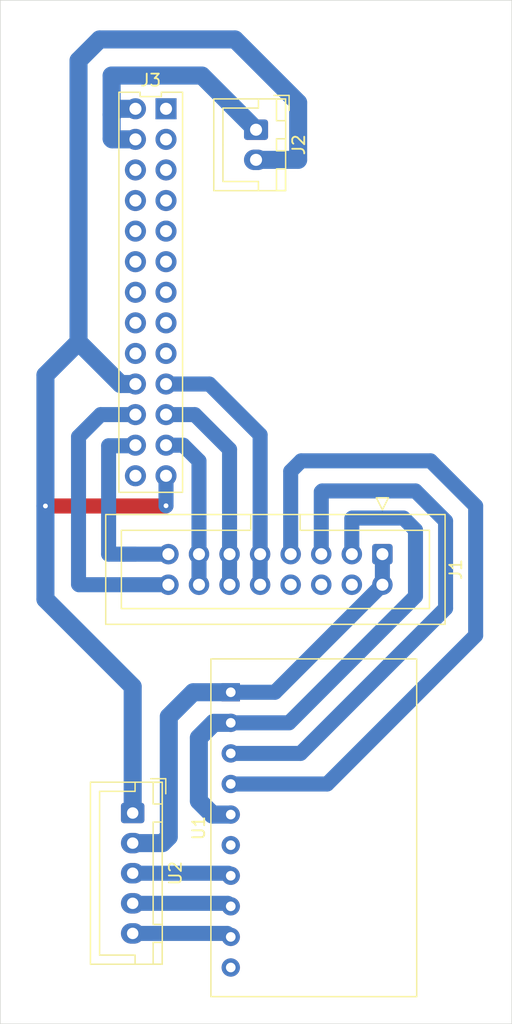
<source format=kicad_pcb>
(kicad_pcb (version 20171130) (host pcbnew "(5.1.8-0-10_14)")

  (general
    (thickness 1.6)
    (drawings 4)
    (tracks 91)
    (zones 0)
    (modules 5)
    (nets 36)
  )

  (page A4)
  (layers
    (0 F.Cu signal)
    (31 B.Cu signal)
    (32 B.Adhes user)
    (33 F.Adhes user)
    (34 B.Paste user)
    (35 F.Paste user)
    (36 B.SilkS user)
    (37 F.SilkS user)
    (38 B.Mask user)
    (39 F.Mask user)
    (40 Dwgs.User user)
    (41 Cmts.User user)
    (42 Eco1.User user)
    (43 Eco2.User user)
    (44 Edge.Cuts user)
    (45 Margin user)
    (46 B.CrtYd user)
    (47 F.CrtYd user)
    (48 B.Fab user)
    (49 F.Fab user)
  )

  (setup
    (last_trace_width 1.25)
    (user_trace_width 1)
    (user_trace_width 1.25)
    (user_trace_width 1.5)
    (trace_clearance 0.2)
    (zone_clearance 0.508)
    (zone_45_only no)
    (trace_min 0.2)
    (via_size 0.8)
    (via_drill 0.4)
    (via_min_size 0.4)
    (via_min_drill 0.3)
    (uvia_size 0.3)
    (uvia_drill 0.1)
    (uvias_allowed no)
    (uvia_min_size 0.2)
    (uvia_min_drill 0.1)
    (edge_width 0.05)
    (segment_width 0.2)
    (pcb_text_width 0.3)
    (pcb_text_size 1.5 1.5)
    (mod_edge_width 0.12)
    (mod_text_size 1 1)
    (mod_text_width 0.15)
    (pad_size 1.524 1.524)
    (pad_drill 0.762)
    (pad_to_mask_clearance 0)
    (aux_axis_origin 40.75 140)
    (grid_origin 40.75 140)
    (visible_elements FFFFFF7F)
    (pcbplotparams
      (layerselection 0x010fc_ffffffff)
      (usegerberextensions false)
      (usegerberattributes true)
      (usegerberadvancedattributes true)
      (creategerberjobfile false)
      (excludeedgelayer true)
      (linewidth 0.100000)
      (plotframeref false)
      (viasonmask false)
      (mode 1)
      (useauxorigin true)
      (hpglpennumber 1)
      (hpglpenspeed 20)
      (hpglpendiameter 15.000000)
      (psnegative false)
      (psa4output false)
      (plotreference true)
      (plotvalue true)
      (plotinvisibletext false)
      (padsonsilk false)
      (subtractmaskfromsilk false)
      (outputformat 1)
      (mirror false)
      (drillshape 0)
      (scaleselection 1)
      (outputdirectory "CAM/"))
  )

  (net 0 "")
  (net 1 +3V3)
  (net 2 GND)
  (net 3 SCL)
  (net 4 SDA)
  (net 5 MOSI)
  (net 6 MISO)
  (net 7 SLCK)
  (net 8 T_CS)
  (net 9 CS)
  (net 10 DC)
  (net 11 RESET)
  (net 12 T_IRQ)
  (net 13 +5V)
  (net 14 "Net-(J3-Pad1)")
  (net 15 "Net-(J3-Pad3)")
  (net 16 "Net-(J3-Pad5)")
  (net 17 "Net-(J3-Pad6)")
  (net 18 "Net-(J3-Pad7)")
  (net 19 "Net-(J3-Pad8)")
  (net 20 "Net-(J3-Pad9)")
  (net 21 "Net-(J3-Pad10)")
  (net 22 "Net-(J3-Pad11)")
  (net 23 "Net-(J3-Pad12)")
  (net 24 "Net-(J3-Pad13)")
  (net 25 "Net-(J3-Pad14)")
  (net 26 "Net-(J3-Pad15)")
  (net 27 "Net-(J3-Pad16)")
  (net 28 "Net-(J3-Pad17)")
  (net 29 "Net-(J3-Pad18)")
  (net 30 "Net-(J3-Pad26)")
  (net 31 "Net-(U1-Pad6)")
  (net 32 VRX)
  (net 33 VRY)
  (net 34 SW)
  (net 35 "Net-(U1-Pad10)")

  (net_class Default "This is the default net class."
    (clearance 0.2)
    (trace_width 0.25)
    (via_dia 0.8)
    (via_drill 0.4)
    (uvia_dia 0.3)
    (uvia_drill 0.1)
    (add_net +3V3)
    (add_net +5V)
    (add_net CS)
    (add_net DC)
    (add_net GND)
    (add_net MISO)
    (add_net MOSI)
    (add_net "Net-(J3-Pad1)")
    (add_net "Net-(J3-Pad10)")
    (add_net "Net-(J3-Pad11)")
    (add_net "Net-(J3-Pad12)")
    (add_net "Net-(J3-Pad13)")
    (add_net "Net-(J3-Pad14)")
    (add_net "Net-(J3-Pad15)")
    (add_net "Net-(J3-Pad16)")
    (add_net "Net-(J3-Pad17)")
    (add_net "Net-(J3-Pad18)")
    (add_net "Net-(J3-Pad26)")
    (add_net "Net-(J3-Pad3)")
    (add_net "Net-(J3-Pad5)")
    (add_net "Net-(J3-Pad6)")
    (add_net "Net-(J3-Pad7)")
    (add_net "Net-(J3-Pad8)")
    (add_net "Net-(J3-Pad9)")
    (add_net "Net-(U1-Pad10)")
    (add_net "Net-(U1-Pad6)")
    (add_net RESET)
    (add_net SCL)
    (add_net SDA)
    (add_net SLCK)
    (add_net SW)
    (add_net T_CS)
    (add_net T_IRQ)
    (add_net VRX)
    (add_net VRY)
  )

  (module jkoz_custom:Pi_Header_Pins_Backside_Mount_26 (layer F.Cu) (tedit 60A3D70C) (tstamp 60A4255D)
    (at 53.25 79.25 270)
    (path /60A3C035)
    (fp_text reference J3 (at -17.615 0) (layer F.SilkS)
      (effects (font (size 1 1) (thickness 0.15)))
    )
    (fp_text value HDMI-LCD (at -0.3 3.85 90) (layer F.Fab)
      (effects (font (size 1 1) (thickness 0.15)))
    )
    (fp_line (start -16.37 2.4) (end -16.37 -2.4) (layer F.CrtYd) (width 0.05))
    (fp_line (start 16.37 2.4) (end -16.37 2.4) (layer F.CrtYd) (width 0.05))
    (fp_line (start 16.37 -2.4) (end 16.37 2.4) (layer F.CrtYd) (width 0.05))
    (fp_line (start -16.37 -2.4) (end 16.37 -2.4) (layer F.CrtYd) (width 0.05))
    (fp_line (start -16.615 0.881666) (end -16.615 2.644999) (layer F.SilkS) (width 0.12))
    (fp_line (start -16.255 0.881666) (end -16.615 0.881666) (layer F.SilkS) (width 0.12))
    (fp_line (start -16.255 -0.881666) (end -16.255 0.881666) (layer F.SilkS) (width 0.12))
    (fp_line (start -16.615 -0.881666) (end -16.255 -0.881666) (layer F.SilkS) (width 0.12))
    (fp_line (start -16.615 -2.645) (end -16.615 -0.881666) (layer F.SilkS) (width 0.12))
    (fp_line (start 16.615 -2.644999) (end -16.615 -2.645) (layer F.SilkS) (width 0.12))
    (fp_line (start 16.615 2.645) (end 16.615 -2.644999) (layer F.SilkS) (width 0.12))
    (fp_line (start -16.615 2.644999) (end 16.615 2.645) (layer F.SilkS) (width 0.12))
    (pad 26 thru_hole circle (at 15.24 1.27 270) (size 1.75 1.75) (drill 1) (layers *.Cu *.Mask)
      (net 30 "Net-(J3-Pad26)"))
    (pad 25 thru_hole circle (at 15.24 -1.27 270) (size 1.75 1.75) (drill 1) (layers *.Cu *.Mask)
      (net 2 GND))
    (pad 24 thru_hole circle (at 12.7 1.27 270) (size 1.75 1.75) (drill 1) (layers *.Cu *.Mask)
      (net 8 T_CS))
    (pad 23 thru_hole circle (at 12.7 -1.27 270) (size 1.75 1.75) (drill 1) (layers *.Cu *.Mask)
      (net 7 SLCK))
    (pad 22 thru_hole circle (at 10.16 1.27 270) (size 1.75 1.75) (drill 1) (layers *.Cu *.Mask)
      (net 12 T_IRQ))
    (pad 21 thru_hole circle (at 10.16 -1.27 270) (size 1.75 1.75) (drill 1) (layers *.Cu *.Mask)
      (net 6 MISO))
    (pad 20 thru_hole circle (at 7.62 1.27 270) (size 1.75 1.75) (drill 1) (layers *.Cu *.Mask)
      (net 2 GND))
    (pad 19 thru_hole circle (at 7.62 -1.27 270) (size 1.75 1.75) (drill 1) (layers *.Cu *.Mask)
      (net 5 MOSI))
    (pad 18 thru_hole circle (at 5.08 1.27 270) (size 1.75 1.75) (drill 1) (layers *.Cu *.Mask)
      (net 29 "Net-(J3-Pad18)"))
    (pad 17 thru_hole circle (at 5.08 -1.27 270) (size 1.75 1.75) (drill 1) (layers *.Cu *.Mask)
      (net 28 "Net-(J3-Pad17)"))
    (pad 16 thru_hole circle (at 2.54 1.27 270) (size 1.75 1.75) (drill 1) (layers *.Cu *.Mask)
      (net 27 "Net-(J3-Pad16)"))
    (pad 15 thru_hole circle (at 2.54 -1.27 270) (size 1.75 1.75) (drill 1) (layers *.Cu *.Mask)
      (net 26 "Net-(J3-Pad15)"))
    (pad 14 thru_hole circle (at 0 1.27 270) (size 1.75 1.75) (drill 1) (layers *.Cu *.Mask)
      (net 25 "Net-(J3-Pad14)"))
    (pad 13 thru_hole circle (at 0 -1.27 270) (size 1.75 1.75) (drill 1) (layers *.Cu *.Mask)
      (net 24 "Net-(J3-Pad13)"))
    (pad 12 thru_hole circle (at -2.54 1.27 270) (size 1.75 1.75) (drill 1) (layers *.Cu *.Mask)
      (net 23 "Net-(J3-Pad12)"))
    (pad 11 thru_hole circle (at -2.54 -1.27 270) (size 1.75 1.75) (drill 1) (layers *.Cu *.Mask)
      (net 22 "Net-(J3-Pad11)"))
    (pad 10 thru_hole circle (at -5.08 1.27 270) (size 1.75 1.75) (drill 1) (layers *.Cu *.Mask)
      (net 21 "Net-(J3-Pad10)"))
    (pad 9 thru_hole circle (at -5.08 -1.27 270) (size 1.75 1.75) (drill 1) (layers *.Cu *.Mask)
      (net 20 "Net-(J3-Pad9)"))
    (pad 8 thru_hole circle (at -7.62 1.27 270) (size 1.75 1.75) (drill 1) (layers *.Cu *.Mask)
      (net 19 "Net-(J3-Pad8)"))
    (pad 7 thru_hole circle (at -7.62 -1.27 270) (size 1.75 1.75) (drill 1) (layers *.Cu *.Mask)
      (net 18 "Net-(J3-Pad7)"))
    (pad 6 thru_hole circle (at -10.16 1.27 270) (size 1.75 1.75) (drill 1) (layers *.Cu *.Mask)
      (net 17 "Net-(J3-Pad6)"))
    (pad 5 thru_hole circle (at -10.16 -1.27 270) (size 1.75 1.75) (drill 1) (layers *.Cu *.Mask)
      (net 16 "Net-(J3-Pad5)"))
    (pad 4 thru_hole circle (at -12.7 1.27 270) (size 1.75 1.75) (drill 1) (layers *.Cu *.Mask)
      (net 13 +5V))
    (pad 3 thru_hole circle (at -12.7 -1.27 270) (size 1.75 1.75) (drill 1) (layers *.Cu *.Mask)
      (net 15 "Net-(J3-Pad3)"))
    (pad 2 thru_hole circle (at -15.24 1.27 270) (size 1.75 1.75) (drill 1) (layers *.Cu *.Mask)
      (net 13 +5V))
    (pad 1 thru_hole rect (at -15.24 -1.27 270) (size 1.75 1.75) (drill 1) (layers *.Cu *.Mask)
      (net 14 "Net-(J3-Pad1)"))
  )

  (module jkoz_custom:Adafruit_ADS1115_Module (layer F.Cu) (tedit 60A3D220) (tstamp 60A4257B)
    (at 59.5 123.75 270)
    (path /60A47C37)
    (fp_text reference U1 (at 0 2.262 90) (layer F.SilkS)
      (effects (font (size 1 1) (thickness 0.15)))
    )
    (fp_text value ADS1115 (at 0.05 -8.15 90) (layer F.Fab)
      (effects (font (size 1 1) (thickness 0.15)))
    )
    (fp_line (start -14.05 1.25) (end -14.05 -15.85) (layer F.SilkS) (width 0.12))
    (fp_line (start 14 -15.85) (end -14.042 -15.85) (layer F.SilkS) (width 0.12))
    (fp_line (start 14 1.25) (end 14 -15.85) (layer F.SilkS) (width 0.12))
    (fp_line (start 14 1.25) (end -14.042 1.25) (layer F.SilkS) (width 0.12))
    (pad 10 thru_hole circle (at 11.58 -0.4 270) (size 1.524 1.524) (drill 0.8) (layers *.Cu *.Mask)
      (net 35 "Net-(U1-Pad10)"))
    (pad 9 thru_hole circle (at 9.04 -0.4 270) (size 1.524 1.524) (drill 0.8) (layers *.Cu *.Mask)
      (net 34 SW))
    (pad 8 thru_hole circle (at 6.5 -0.4 270) (size 1.524 1.524) (drill 0.8) (layers *.Cu *.Mask)
      (net 33 VRY))
    (pad 7 thru_hole circle (at 3.96 -0.4 270) (size 1.524 1.524) (drill 0.8) (layers *.Cu *.Mask)
      (net 32 VRX))
    (pad 6 thru_hole circle (at 1.42 -0.4 270) (size 1.524 1.524) (drill 0.8) (layers *.Cu *.Mask)
      (net 31 "Net-(U1-Pad6)"))
    (pad 5 thru_hole circle (at -1.12 -0.4 270) (size 1.524 1.524) (drill 0.8) (layers *.Cu *.Mask)
      (net 2 GND))
    (pad 4 thru_hole circle (at -3.66 -0.4 270) (size 1.524 1.524) (drill 0.8) (layers *.Cu *.Mask)
      (net 4 SDA))
    (pad 3 thru_hole circle (at -6.2 -0.4 270) (size 1.524 1.524) (drill 0.8) (layers *.Cu *.Mask)
      (net 3 SCL))
    (pad 2 thru_hole circle (at -8.74 -0.4 270) (size 1.524 1.524) (drill 0.8) (layers *.Cu *.Mask)
      (net 2 GND))
    (pad 1 thru_hole rect (at -11.28 -0.4 270) (size 1.524 1.524) (drill 0.8) (layers *.Cu *.Mask)
      (net 1 +3V3))
  )

  (module Connector_IDC:IDC-Header_2x08_P2.54mm_Vertical (layer F.Cu) (tedit 5EAC9A07) (tstamp 60A42504)
    (at 72.5 101 270)
    (descr "Through hole IDC box header, 2x08, 2.54mm pitch, DIN 41651 / IEC 60603-13, double rows, https://docs.google.com/spreadsheets/d/16SsEcesNF15N3Lb4niX7dcUr-NY5_MFPQhobNuNppn4/edit#gid=0")
    (tags "Through hole vertical IDC box header THT 2x08 2.54mm double row")
    (path /605FBE9D)
    (fp_text reference J1 (at 1.27 -6.1 90) (layer F.SilkS)
      (effects (font (size 1 1) (thickness 0.15)))
    )
    (fp_text value IDC16 (at 1.27 23.88 90) (layer F.Fab)
      (effects (font (size 1 1) (thickness 0.15)))
    )
    (fp_line (start 6.22 -5.6) (end -3.68 -5.6) (layer F.CrtYd) (width 0.05))
    (fp_line (start 6.22 23.38) (end 6.22 -5.6) (layer F.CrtYd) (width 0.05))
    (fp_line (start -3.68 23.38) (end 6.22 23.38) (layer F.CrtYd) (width 0.05))
    (fp_line (start -3.68 -5.6) (end -3.68 23.38) (layer F.CrtYd) (width 0.05))
    (fp_line (start -4.68 0.5) (end -3.68 0) (layer F.SilkS) (width 0.12))
    (fp_line (start -4.68 -0.5) (end -4.68 0.5) (layer F.SilkS) (width 0.12))
    (fp_line (start -3.68 0) (end -4.68 -0.5) (layer F.SilkS) (width 0.12))
    (fp_line (start -1.98 10.94) (end -3.29 10.94) (layer F.SilkS) (width 0.12))
    (fp_line (start -1.98 10.94) (end -1.98 10.94) (layer F.SilkS) (width 0.12))
    (fp_line (start -1.98 21.69) (end -1.98 10.94) (layer F.SilkS) (width 0.12))
    (fp_line (start 4.52 21.69) (end -1.98 21.69) (layer F.SilkS) (width 0.12))
    (fp_line (start 4.52 -3.91) (end 4.52 21.69) (layer F.SilkS) (width 0.12))
    (fp_line (start -1.98 -3.91) (end 4.52 -3.91) (layer F.SilkS) (width 0.12))
    (fp_line (start -1.98 6.84) (end -1.98 -3.91) (layer F.SilkS) (width 0.12))
    (fp_line (start -3.29 6.84) (end -1.98 6.84) (layer F.SilkS) (width 0.12))
    (fp_line (start -3.29 22.99) (end -3.29 -5.21) (layer F.SilkS) (width 0.12))
    (fp_line (start 5.83 22.99) (end -3.29 22.99) (layer F.SilkS) (width 0.12))
    (fp_line (start 5.83 -5.21) (end 5.83 22.99) (layer F.SilkS) (width 0.12))
    (fp_line (start -3.29 -5.21) (end 5.83 -5.21) (layer F.SilkS) (width 0.12))
    (fp_line (start -1.98 10.94) (end -3.18 10.94) (layer F.Fab) (width 0.1))
    (fp_line (start -1.98 10.94) (end -1.98 10.94) (layer F.Fab) (width 0.1))
    (fp_line (start -1.98 21.69) (end -1.98 10.94) (layer F.Fab) (width 0.1))
    (fp_line (start 4.52 21.69) (end -1.98 21.69) (layer F.Fab) (width 0.1))
    (fp_line (start 4.52 -3.91) (end 4.52 21.69) (layer F.Fab) (width 0.1))
    (fp_line (start -1.98 -3.91) (end 4.52 -3.91) (layer F.Fab) (width 0.1))
    (fp_line (start -1.98 6.84) (end -1.98 -3.91) (layer F.Fab) (width 0.1))
    (fp_line (start -3.18 6.84) (end -1.98 6.84) (layer F.Fab) (width 0.1))
    (fp_line (start -3.18 22.88) (end -3.18 -4.1) (layer F.Fab) (width 0.1))
    (fp_line (start 5.72 22.88) (end -3.18 22.88) (layer F.Fab) (width 0.1))
    (fp_line (start 5.72 -5.1) (end 5.72 22.88) (layer F.Fab) (width 0.1))
    (fp_line (start -2.18 -5.1) (end 5.72 -5.1) (layer F.Fab) (width 0.1))
    (fp_line (start -3.18 -4.1) (end -2.18 -5.1) (layer F.Fab) (width 0.1))
    (fp_text user %R (at 1.27 8.89) (layer F.Fab)
      (effects (font (size 1 1) (thickness 0.15)))
    )
    (pad 1 thru_hole roundrect (at 0 0 270) (size 1.7 1.7) (drill 1) (layers *.Cu *.Mask) (roundrect_rratio 0.1470588235294118)
      (net 1 +3V3))
    (pad 3 thru_hole circle (at 0 2.54 270) (size 1.7 1.7) (drill 1) (layers *.Cu *.Mask)
      (net 2 GND))
    (pad 5 thru_hole circle (at 0 5.08 270) (size 1.7 1.7) (drill 1) (layers *.Cu *.Mask)
      (net 3 SCL))
    (pad 7 thru_hole circle (at 0 7.62 270) (size 1.7 1.7) (drill 1) (layers *.Cu *.Mask)
      (net 4 SDA))
    (pad 9 thru_hole circle (at 0 10.16 270) (size 1.7 1.7) (drill 1) (layers *.Cu *.Mask)
      (net 5 MOSI))
    (pad 11 thru_hole circle (at 0 12.7 270) (size 1.7 1.7) (drill 1) (layers *.Cu *.Mask)
      (net 6 MISO))
    (pad 13 thru_hole circle (at 0 15.24 270) (size 1.7 1.7) (drill 1) (layers *.Cu *.Mask)
      (net 7 SLCK))
    (pad 15 thru_hole circle (at 0 17.78 270) (size 1.7 1.7) (drill 1) (layers *.Cu *.Mask)
      (net 8 T_CS))
    (pad 2 thru_hole circle (at 2.54 0 270) (size 1.7 1.7) (drill 1) (layers *.Cu *.Mask)
      (net 1 +3V3))
    (pad 4 thru_hole circle (at 2.54 2.54 270) (size 1.7 1.7) (drill 1) (layers *.Cu *.Mask)
      (net 9 CS))
    (pad 6 thru_hole circle (at 2.54 5.08 270) (size 1.7 1.7) (drill 1) (layers *.Cu *.Mask)
      (net 10 DC))
    (pad 8 thru_hole circle (at 2.54 7.62 270) (size 1.7 1.7) (drill 1) (layers *.Cu *.Mask)
      (net 11 RESET))
    (pad 10 thru_hole circle (at 2.54 10.16 270) (size 1.7 1.7) (drill 1) (layers *.Cu *.Mask)
      (net 5 MOSI))
    (pad 12 thru_hole circle (at 2.54 12.7 270) (size 1.7 1.7) (drill 1) (layers *.Cu *.Mask)
      (net 6 MISO))
    (pad 14 thru_hole circle (at 2.54 15.24 270) (size 1.7 1.7) (drill 1) (layers *.Cu *.Mask)
      (net 7 SLCK))
    (pad 16 thru_hole circle (at 2.54 17.78 270) (size 1.7 1.7) (drill 1) (layers *.Cu *.Mask)
      (net 12 T_IRQ))
    (model ${KISYS3DMOD}/Connector_IDC.3dshapes/IDC-Header_2x08_P2.54mm_Vertical.wrl
      (at (xyz 0 0 0))
      (scale (xyz 1 1 1))
      (rotate (xyz 0 0 0))
    )
  )

  (module Connector_JST:JST_XH_B2B-XH-A_1x02_P2.50mm_Vertical (layer F.Cu) (tedit 5C28146C) (tstamp 60A4252D)
    (at 62 65.75 270)
    (descr "JST XH series connector, B2B-XH-A (http://www.jst-mfg.com/product/pdf/eng/eXH.pdf), generated with kicad-footprint-generator")
    (tags "connector JST XH vertical")
    (path /60A3E2DB)
    (fp_text reference J2 (at 1.25 -3.55 90) (layer F.SilkS)
      (effects (font (size 1 1) (thickness 0.15)))
    )
    (fp_text value "Pro Power" (at 1.25 4.6 90) (layer F.Fab)
      (effects (font (size 1 1) (thickness 0.15)))
    )
    (fp_line (start -2.85 -2.75) (end -2.85 -1.5) (layer F.SilkS) (width 0.12))
    (fp_line (start -1.6 -2.75) (end -2.85 -2.75) (layer F.SilkS) (width 0.12))
    (fp_line (start 4.3 2.75) (end 1.25 2.75) (layer F.SilkS) (width 0.12))
    (fp_line (start 4.3 -0.2) (end 4.3 2.75) (layer F.SilkS) (width 0.12))
    (fp_line (start 5.05 -0.2) (end 4.3 -0.2) (layer F.SilkS) (width 0.12))
    (fp_line (start -1.8 2.75) (end 1.25 2.75) (layer F.SilkS) (width 0.12))
    (fp_line (start -1.8 -0.2) (end -1.8 2.75) (layer F.SilkS) (width 0.12))
    (fp_line (start -2.55 -0.2) (end -1.8 -0.2) (layer F.SilkS) (width 0.12))
    (fp_line (start 5.05 -2.45) (end 3.25 -2.45) (layer F.SilkS) (width 0.12))
    (fp_line (start 5.05 -1.7) (end 5.05 -2.45) (layer F.SilkS) (width 0.12))
    (fp_line (start 3.25 -1.7) (end 5.05 -1.7) (layer F.SilkS) (width 0.12))
    (fp_line (start 3.25 -2.45) (end 3.25 -1.7) (layer F.SilkS) (width 0.12))
    (fp_line (start -0.75 -2.45) (end -2.55 -2.45) (layer F.SilkS) (width 0.12))
    (fp_line (start -0.75 -1.7) (end -0.75 -2.45) (layer F.SilkS) (width 0.12))
    (fp_line (start -2.55 -1.7) (end -0.75 -1.7) (layer F.SilkS) (width 0.12))
    (fp_line (start -2.55 -2.45) (end -2.55 -1.7) (layer F.SilkS) (width 0.12))
    (fp_line (start 1.75 -2.45) (end 0.75 -2.45) (layer F.SilkS) (width 0.12))
    (fp_line (start 1.75 -1.7) (end 1.75 -2.45) (layer F.SilkS) (width 0.12))
    (fp_line (start 0.75 -1.7) (end 1.75 -1.7) (layer F.SilkS) (width 0.12))
    (fp_line (start 0.75 -2.45) (end 0.75 -1.7) (layer F.SilkS) (width 0.12))
    (fp_line (start 0 -1.35) (end 0.625 -2.35) (layer F.Fab) (width 0.1))
    (fp_line (start -0.625 -2.35) (end 0 -1.35) (layer F.Fab) (width 0.1))
    (fp_line (start 5.45 -2.85) (end -2.95 -2.85) (layer F.CrtYd) (width 0.05))
    (fp_line (start 5.45 3.9) (end 5.45 -2.85) (layer F.CrtYd) (width 0.05))
    (fp_line (start -2.95 3.9) (end 5.45 3.9) (layer F.CrtYd) (width 0.05))
    (fp_line (start -2.95 -2.85) (end -2.95 3.9) (layer F.CrtYd) (width 0.05))
    (fp_line (start 5.06 -2.46) (end -2.56 -2.46) (layer F.SilkS) (width 0.12))
    (fp_line (start 5.06 3.51) (end 5.06 -2.46) (layer F.SilkS) (width 0.12))
    (fp_line (start -2.56 3.51) (end 5.06 3.51) (layer F.SilkS) (width 0.12))
    (fp_line (start -2.56 -2.46) (end -2.56 3.51) (layer F.SilkS) (width 0.12))
    (fp_line (start 4.95 -2.35) (end -2.45 -2.35) (layer F.Fab) (width 0.1))
    (fp_line (start 4.95 3.4) (end 4.95 -2.35) (layer F.Fab) (width 0.1))
    (fp_line (start -2.45 3.4) (end 4.95 3.4) (layer F.Fab) (width 0.1))
    (fp_line (start -2.45 -2.35) (end -2.45 3.4) (layer F.Fab) (width 0.1))
    (fp_text user %R (at 1.25 2.7 90) (layer F.Fab)
      (effects (font (size 1 1) (thickness 0.15)))
    )
    (pad 1 thru_hole roundrect (at 0 0 270) (size 1.7 2) (drill 1) (layers *.Cu *.Mask) (roundrect_rratio 0.1470588235294118)
      (net 13 +5V))
    (pad 2 thru_hole oval (at 2.5 0 270) (size 1.7 2) (drill 1) (layers *.Cu *.Mask)
      (net 2 GND))
    (model ${KISYS3DMOD}/Connector_JST.3dshapes/JST_XH_B2B-XH-A_1x02_P2.50mm_Vertical.wrl
      (at (xyz 0 0 0))
      (scale (xyz 1 1 1))
      (rotate (xyz 0 0 0))
    )
  )

  (module Connector_JST:JST_XH_B5B-XH-A_1x05_P2.50mm_Vertical (layer F.Cu) (tedit 5C28146C) (tstamp 60A425A7)
    (at 51.75 122.5 270)
    (descr "JST XH series connector, B5B-XH-A (http://www.jst-mfg.com/product/pdf/eng/eXH.pdf), generated with kicad-footprint-generator")
    (tags "connector JST XH vertical")
    (path /60A4A085)
    (fp_text reference U2 (at 5 -3.55 90) (layer F.SilkS)
      (effects (font (size 1 1) (thickness 0.15)))
    )
    (fp_text value JOYSTICK (at 5 4.6 90) (layer F.Fab)
      (effects (font (size 1 1) (thickness 0.15)))
    )
    (fp_line (start -2.85 -2.75) (end -2.85 -1.5) (layer F.SilkS) (width 0.12))
    (fp_line (start -1.6 -2.75) (end -2.85 -2.75) (layer F.SilkS) (width 0.12))
    (fp_line (start 11.8 2.75) (end 5 2.75) (layer F.SilkS) (width 0.12))
    (fp_line (start 11.8 -0.2) (end 11.8 2.75) (layer F.SilkS) (width 0.12))
    (fp_line (start 12.55 -0.2) (end 11.8 -0.2) (layer F.SilkS) (width 0.12))
    (fp_line (start -1.8 2.75) (end 5 2.75) (layer F.SilkS) (width 0.12))
    (fp_line (start -1.8 -0.2) (end -1.8 2.75) (layer F.SilkS) (width 0.12))
    (fp_line (start -2.55 -0.2) (end -1.8 -0.2) (layer F.SilkS) (width 0.12))
    (fp_line (start 12.55 -2.45) (end 10.75 -2.45) (layer F.SilkS) (width 0.12))
    (fp_line (start 12.55 -1.7) (end 12.55 -2.45) (layer F.SilkS) (width 0.12))
    (fp_line (start 10.75 -1.7) (end 12.55 -1.7) (layer F.SilkS) (width 0.12))
    (fp_line (start 10.75 -2.45) (end 10.75 -1.7) (layer F.SilkS) (width 0.12))
    (fp_line (start -0.75 -2.45) (end -2.55 -2.45) (layer F.SilkS) (width 0.12))
    (fp_line (start -0.75 -1.7) (end -0.75 -2.45) (layer F.SilkS) (width 0.12))
    (fp_line (start -2.55 -1.7) (end -0.75 -1.7) (layer F.SilkS) (width 0.12))
    (fp_line (start -2.55 -2.45) (end -2.55 -1.7) (layer F.SilkS) (width 0.12))
    (fp_line (start 9.25 -2.45) (end 0.75 -2.45) (layer F.SilkS) (width 0.12))
    (fp_line (start 9.25 -1.7) (end 9.25 -2.45) (layer F.SilkS) (width 0.12))
    (fp_line (start 0.75 -1.7) (end 9.25 -1.7) (layer F.SilkS) (width 0.12))
    (fp_line (start 0.75 -2.45) (end 0.75 -1.7) (layer F.SilkS) (width 0.12))
    (fp_line (start 0 -1.35) (end 0.625 -2.35) (layer F.Fab) (width 0.1))
    (fp_line (start -0.625 -2.35) (end 0 -1.35) (layer F.Fab) (width 0.1))
    (fp_line (start 12.95 -2.85) (end -2.95 -2.85) (layer F.CrtYd) (width 0.05))
    (fp_line (start 12.95 3.9) (end 12.95 -2.85) (layer F.CrtYd) (width 0.05))
    (fp_line (start -2.95 3.9) (end 12.95 3.9) (layer F.CrtYd) (width 0.05))
    (fp_line (start -2.95 -2.85) (end -2.95 3.9) (layer F.CrtYd) (width 0.05))
    (fp_line (start 12.56 -2.46) (end -2.56 -2.46) (layer F.SilkS) (width 0.12))
    (fp_line (start 12.56 3.51) (end 12.56 -2.46) (layer F.SilkS) (width 0.12))
    (fp_line (start -2.56 3.51) (end 12.56 3.51) (layer F.SilkS) (width 0.12))
    (fp_line (start -2.56 -2.46) (end -2.56 3.51) (layer F.SilkS) (width 0.12))
    (fp_line (start 12.45 -2.35) (end -2.45 -2.35) (layer F.Fab) (width 0.1))
    (fp_line (start 12.45 3.4) (end 12.45 -2.35) (layer F.Fab) (width 0.1))
    (fp_line (start -2.45 3.4) (end 12.45 3.4) (layer F.Fab) (width 0.1))
    (fp_line (start -2.45 -2.35) (end -2.45 3.4) (layer F.Fab) (width 0.1))
    (fp_text user %R (at 5 2.7 90) (layer F.Fab)
      (effects (font (size 1 1) (thickness 0.15)))
    )
    (pad 1 thru_hole roundrect (at 0 0 270) (size 1.7 1.95) (drill 0.95) (layers *.Cu *.Mask) (roundrect_rratio 0.1470588235294118)
      (net 2 GND))
    (pad 2 thru_hole oval (at 2.5 0 270) (size 1.7 1.95) (drill 0.95) (layers *.Cu *.Mask)
      (net 1 +3V3))
    (pad 3 thru_hole oval (at 5 0 270) (size 1.7 1.95) (drill 0.95) (layers *.Cu *.Mask)
      (net 32 VRX))
    (pad 4 thru_hole oval (at 7.5 0 270) (size 1.7 1.95) (drill 0.95) (layers *.Cu *.Mask)
      (net 33 VRY))
    (pad 5 thru_hole oval (at 10 0 270) (size 1.7 1.95) (drill 0.95) (layers *.Cu *.Mask)
      (net 34 SW))
    (model ${KISYS3DMOD}/Connector_JST.3dshapes/JST_XH_B5B-XH-A_1x05_P2.50mm_Vertical.wrl
      (at (xyz 0 0 0))
      (scale (xyz 1 1 1))
      (rotate (xyz 0 0 0))
    )
  )

  (gr_line (start 40.75 55) (end 83.25 55) (layer Edge.Cuts) (width 0.05) (tstamp 60A45641))
  (gr_line (start 83.25 55) (end 83.25 140) (layer Edge.Cuts) (width 0.05) (tstamp 60A45626))
  (gr_line (start 40.75 140) (end 83.25 140) (layer Edge.Cuts) (width 0.05))
  (gr_line (start 40.75 55) (end 40.75 140) (layer Edge.Cuts) (width 0.05))

  (segment (start 63.57 112.47) (end 59.9 112.47) (width 1.25) (layer B.Cu) (net 1))
  (segment (start 72.5 103.54) (end 63.57 112.47) (width 1.25) (layer B.Cu) (net 1))
  (segment (start 72.5 101) (end 72.5 103.54) (width 1.25) (layer B.Cu) (net 1))
  (segment (start 59.9 112.47) (end 56.78 112.47) (width 1.5) (layer B.Cu) (net 1))
  (segment (start 56.78 112.47) (end 54.75 114.5) (width 1.5) (layer B.Cu) (net 1))
  (segment (start 54.225 125) (end 51.75 125) (width 1.5) (layer B.Cu) (net 1))
  (segment (start 54.75 124.475) (end 54.225 125) (width 1.5) (layer B.Cu) (net 1))
  (segment (start 54.75 114.5) (end 54.75 124.475) (width 1.5) (layer B.Cu) (net 1))
  (segment (start 69.96 101) (end 69.96 98.04) (width 1.25) (layer B.Cu) (net 2))
  (segment (start 69.96 98.04) (end 70 98) (width 1.25) (layer B.Cu) (net 2))
  (segment (start 70 98) (end 74.25 98) (width 1.25) (layer B.Cu) (net 2))
  (segment (start 74.25 98) (end 75.25 99) (width 1.25) (layer B.Cu) (net 2))
  (segment (start 75.25 99) (end 75.25 104.5) (width 1.25) (layer B.Cu) (net 2))
  (segment (start 64.74 115.01) (end 59.9 115.01) (width 1.25) (layer B.Cu) (net 2))
  (segment (start 75.25 104.5) (end 64.74 115.01) (width 1.25) (layer B.Cu) (net 2))
  (segment (start 50.742564 86.87) (end 51.98 86.87) (width 1.5) (layer B.Cu) (net 2))
  (segment (start 49 58.25) (end 47.25 60) (width 1.5) (layer B.Cu) (net 2))
  (segment (start 47.25 60) (end 47.25 83.377436) (width 1.5) (layer B.Cu) (net 2))
  (segment (start 65.5 68.25) (end 65.5 63.5) (width 1.5) (layer B.Cu) (net 2))
  (segment (start 60.25 58.25) (end 49 58.25) (width 1.5) (layer B.Cu) (net 2))
  (segment (start 47.25 83.377436) (end 50.742564 86.87) (width 1.5) (layer B.Cu) (net 2))
  (segment (start 65.5 63.5) (end 60.25 58.25) (width 1.5) (layer B.Cu) (net 2))
  (segment (start 62 68.25) (end 65.5 68.25) (width 1.5) (layer B.Cu) (net 2))
  (segment (start 59.9 122.63) (end 58.38 122.63) (width 1.5) (layer B.Cu) (net 2))
  (segment (start 58.38 122.63) (end 57.25 121.5) (width 1.5) (layer B.Cu) (net 2))
  (segment (start 57.25 121.5) (end 57.25 116.25) (width 1.5) (layer B.Cu) (net 2))
  (segment (start 58.49 115.01) (end 59.9 115.01) (width 1.5) (layer B.Cu) (net 2))
  (segment (start 57.25 116.25) (end 58.49 115.01) (width 1.5) (layer B.Cu) (net 2))
  (segment (start 44.5 86.127436) (end 47.25 83.377436) (width 1.5) (layer B.Cu) (net 2))
  (segment (start 44.5 104.75) (end 44.5 97) (width 1.5) (layer B.Cu) (net 2))
  (segment (start 51.75 112) (end 44.5 104.75) (width 1.5) (layer B.Cu) (net 2))
  (segment (start 51.75 122.5) (end 51.75 112) (width 1.5) (layer B.Cu) (net 2))
  (segment (start 54.52 94.49) (end 54.52 96.98) (width 1.25) (layer B.Cu) (net 2))
  (segment (start 54.52 96.98) (end 54.52 96.98) (width 1.25) (layer B.Cu) (net 2) (tstamp 60A59830))
  (via (at 54.52 96.98) (size 0.8) (drill 0.4) (layers F.Cu B.Cu) (net 2))
  (segment (start 44.5 97) (end 44.5 86.127436) (width 1.5) (layer B.Cu) (net 2) (tstamp 60A59835))
  (via (at 44.5 97) (size 0.8) (drill 0.4) (layers F.Cu B.Cu) (net 2))
  (segment (start 54.5 97) (end 54.52 96.98) (width 1.25) (layer F.Cu) (net 2))
  (segment (start 44.5 97) (end 54.5 97) (width 1.25) (layer F.Cu) (net 2))
  (segment (start 67.42 101) (end 67.42 95.83) (width 1.25) (layer B.Cu) (net 3))
  (segment (start 67.42 95.83) (end 67.5 95.75) (width 1.25) (layer B.Cu) (net 3))
  (segment (start 67.5 95.75) (end 75.25 95.75) (width 1.25) (layer B.Cu) (net 3))
  (segment (start 75.25 95.75) (end 77.75 98.25) (width 1.25) (layer B.Cu) (net 3))
  (segment (start 77.75 98.25) (end 77.75 105.5) (width 1.25) (layer B.Cu) (net 3))
  (segment (start 65.7 117.55) (end 59.9 117.55) (width 1.25) (layer B.Cu) (net 3))
  (segment (start 77.75 105.5) (end 65.7 117.55) (width 1.25) (layer B.Cu) (net 3))
  (segment (start 64.88 101) (end 64.88 94.12) (width 1.25) (layer B.Cu) (net 4))
  (segment (start 64.88 94.12) (end 65.75 93.25) (width 1.25) (layer B.Cu) (net 4))
  (segment (start 65.75 93.25) (end 76.5 93.25) (width 1.25) (layer B.Cu) (net 4))
  (segment (start 76.5 93.25) (end 80.25 97) (width 1.25) (layer B.Cu) (net 4))
  (segment (start 80.25 97) (end 80.25 107.75) (width 1.25) (layer B.Cu) (net 4))
  (segment (start 67.91 120.09) (end 59.9 120.09) (width 1.25) (layer B.Cu) (net 4))
  (segment (start 80.25 107.75) (end 67.91 120.09) (width 1.25) (layer B.Cu) (net 4))
  (segment (start 62.34 101) (end 62.34 91.09) (width 1.25) (layer B.Cu) (net 5))
  (segment (start 58.12 86.87) (end 54.52 86.87) (width 1.25) (layer B.Cu) (net 5))
  (segment (start 62.34 91.09) (end 58.12 86.87) (width 1.25) (layer B.Cu) (net 5))
  (segment (start 62.34 101) (end 62.34 103.54) (width 1.25) (layer B.Cu) (net 5))
  (segment (start 59.8 101) (end 59.8 92.3) (width 1.25) (layer B.Cu) (net 6))
  (segment (start 56.91 89.41) (end 54.52 89.41) (width 1.25) (layer B.Cu) (net 6))
  (segment (start 59.8 92.3) (end 56.91 89.41) (width 1.25) (layer B.Cu) (net 6))
  (segment (start 59.8 101) (end 59.8 103.54) (width 1.25) (layer B.Cu) (net 6))
  (segment (start 57.26 101) (end 57.26 93.26) (width 1.25) (layer B.Cu) (net 7))
  (segment (start 55.95 91.95) (end 54.52 91.95) (width 1.25) (layer B.Cu) (net 7))
  (segment (start 57.26 93.26) (end 55.95 91.95) (width 1.25) (layer B.Cu) (net 7))
  (segment (start 57.26 101) (end 57.26 103.54) (width 1.25) (layer B.Cu) (net 7))
  (segment (start 49.75 101) (end 49.75 92) (width 1.25) (layer B.Cu) (net 8))
  (segment (start 51.93 92) (end 51.98 91.95) (width 1.25) (layer B.Cu) (net 8))
  (segment (start 49.75 92) (end 51.93 92) (width 1.25) (layer B.Cu) (net 8))
  (segment (start 51 101) (end 49.75 101) (width 1.25) (layer B.Cu) (net 8))
  (segment (start 54.72 101) (end 51 101) (width 1.25) (layer B.Cu) (net 8))
  (segment (start 51.97 101) (end 51 101) (width 1.25) (layer B.Cu) (net 8))
  (segment (start 51.89 89.5) (end 51.98 89.41) (width 1.25) (layer B.Cu) (net 12))
  (segment (start 54.72 103.54) (end 47.29 103.54) (width 1.25) (layer B.Cu) (net 12))
  (segment (start 47.29 103.54) (end 47.25 103.5) (width 1.25) (layer B.Cu) (net 12))
  (segment (start 47.25 103.5) (end 47.25 91.25) (width 1.25) (layer B.Cu) (net 12))
  (segment (start 49.09 89.41) (end 51.98 89.41) (width 1.25) (layer B.Cu) (net 12))
  (segment (start 47.25 91.25) (end 49.09 89.41) (width 1.25) (layer B.Cu) (net 12))
  (segment (start 62 65.75) (end 57.5 61.25) (width 1.5) (layer B.Cu) (net 13))
  (segment (start 57.5 61.25) (end 50 61.25) (width 1.5) (layer B.Cu) (net 13))
  (segment (start 50.05 66.55) (end 50 66.5) (width 1.5) (layer B.Cu) (net 13))
  (segment (start 51.98 66.55) (end 50.05 66.55) (width 1.5) (layer B.Cu) (net 13))
  (segment (start 50.49 64.01) (end 50 64.5) (width 1.5) (layer B.Cu) (net 13))
  (segment (start 51.98 64.01) (end 50.49 64.01) (width 1.5) (layer B.Cu) (net 13))
  (segment (start 50 64.5) (end 50 66.5) (width 1.5) (layer B.Cu) (net 13))
  (segment (start 50 61.25) (end 50 64.5) (width 1.5) (layer B.Cu) (net 13))
  (segment (start 59.69 127.5) (end 59.9 127.71) (width 1.25) (layer B.Cu) (net 32))
  (segment (start 51.75 127.5) (end 59.69 127.5) (width 1.25) (layer B.Cu) (net 32))
  (segment (start 59.65 130) (end 59.9 130.25) (width 1.25) (layer B.Cu) (net 33))
  (segment (start 51.75 130) (end 59.65 130) (width 1.25) (layer B.Cu) (net 33))
  (segment (start 59.61 132.5) (end 59.9 132.79) (width 1.25) (layer B.Cu) (net 34))
  (segment (start 51.75 132.5) (end 59.61 132.5) (width 1.25) (layer B.Cu) (net 34))

)

</source>
